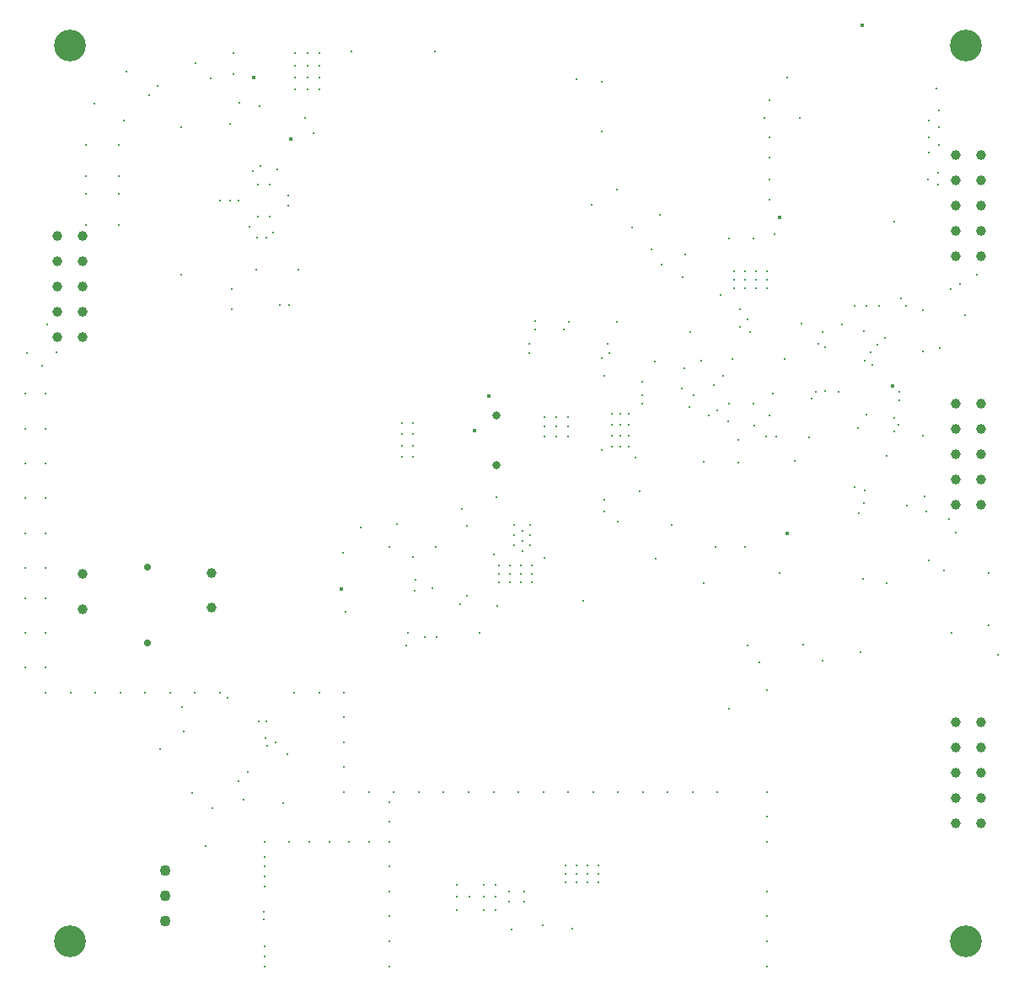
<source format=gbr>
%TF.GenerationSoftware,KiCad,Pcbnew,7.0.10*%
%TF.CreationDate,2024-01-28T11:03:55+01:00*%
%TF.ProjectId,EuroMeasure-IonGaugeController,4575726f-4d65-4617-9375-72652d496f6e,1.1.0*%
%TF.SameCoordinates,Original*%
%TF.FileFunction,Plated,1,2,PTH,Drill*%
%TF.FilePolarity,Positive*%
%FSLAX46Y46*%
G04 Gerber Fmt 4.6, Leading zero omitted, Abs format (unit mm)*
G04 Created by KiCad (PCBNEW 7.0.10) date 2024-01-28 11:03:55*
%MOMM*%
%LPD*%
G01*
G04 APERTURE LIST*
%TA.AperFunction,ViaDrill*%
%ADD10C,0.250000*%
%TD*%
%TA.AperFunction,ComponentDrill*%
%ADD11C,0.300000*%
%TD*%
%TA.AperFunction,ViaDrill*%
%ADD12C,0.400000*%
%TD*%
%TA.AperFunction,ComponentDrill*%
%ADD13C,0.700000*%
%TD*%
%TA.AperFunction,ComponentDrill*%
%ADD14C,0.800000*%
%TD*%
%TA.AperFunction,ComponentDrill*%
%ADD15C,1.000000*%
%TD*%
%TA.AperFunction,ComponentDrill*%
%ADD16C,1.100000*%
%TD*%
%TA.AperFunction,ComponentDrill*%
%ADD17C,3.200000*%
%TD*%
G04 APERTURE END LIST*
D10*
X100500000Y-90000000D03*
X100500000Y-93500000D03*
X100500000Y-97000000D03*
X100500000Y-100500000D03*
X100500000Y-104000000D03*
X100500000Y-107500000D03*
X100500000Y-110500000D03*
X100500000Y-114000000D03*
X100500000Y-117500000D03*
X100600000Y-85900000D03*
X102200000Y-87200000D03*
X102500000Y-90000000D03*
X102500000Y-93500000D03*
X102500000Y-97000000D03*
X102500000Y-100500000D03*
X102500000Y-104000000D03*
X102500000Y-107500000D03*
X102500000Y-110500000D03*
X102500000Y-114000000D03*
X102500000Y-117500000D03*
X102500000Y-120000000D03*
X102700000Y-83000000D03*
X103600000Y-85800000D03*
X105000000Y-120000000D03*
X106600000Y-65000000D03*
X106600000Y-68100000D03*
X106600000Y-69900000D03*
X106600000Y-73000000D03*
X107400000Y-60800000D03*
X107500000Y-120000000D03*
X109900000Y-65000000D03*
X109900000Y-68100000D03*
X109900000Y-69900000D03*
X109900000Y-73000000D03*
X110000000Y-120000000D03*
X110400000Y-62500000D03*
X110600000Y-57600000D03*
X112500000Y-120000000D03*
X112900000Y-60000000D03*
X113800000Y-59100000D03*
X114000000Y-125700000D03*
X115000000Y-120000000D03*
X116100000Y-63200000D03*
X116100000Y-78000000D03*
X116200000Y-121500000D03*
X116375000Y-123925000D03*
X117200000Y-130100000D03*
X117500000Y-120000000D03*
X117600000Y-56800000D03*
X118600000Y-135400000D03*
X119100000Y-58300000D03*
X119300000Y-131600000D03*
X120000000Y-70600000D03*
X120000000Y-120000000D03*
X120800000Y-120500000D03*
X121000000Y-70600000D03*
X121047630Y-62910130D03*
X121200000Y-79500000D03*
X121200000Y-81500000D03*
X121400000Y-57900000D03*
X121400500Y-55800000D03*
X121861865Y-70599820D03*
X121900000Y-128900000D03*
X122000000Y-60750500D03*
X122400000Y-130800000D03*
X122800000Y-128000000D03*
X123000000Y-73200000D03*
X123324500Y-67600000D03*
X123649500Y-77500000D03*
X123768886Y-74268886D03*
X123800000Y-69000000D03*
X123800000Y-72200000D03*
X123900000Y-122900000D03*
X124000000Y-61088000D03*
X124050500Y-67128377D03*
X124400000Y-142000000D03*
X124400000Y-142800000D03*
X124500000Y-135000000D03*
X124500000Y-136500000D03*
X124500000Y-137500000D03*
X124500000Y-138500000D03*
X124500000Y-139500000D03*
X124500000Y-145500000D03*
X124500000Y-146500000D03*
X124500000Y-147500000D03*
X124600000Y-124600000D03*
X124650000Y-74306305D03*
X124700000Y-122900000D03*
X124800000Y-125400000D03*
X125000000Y-69000000D03*
X125000000Y-72200000D03*
X125350500Y-73800000D03*
X125600000Y-125000000D03*
X125749500Y-67425000D03*
X126000000Y-81100000D03*
X126400000Y-131100000D03*
X126800000Y-126200000D03*
X126900000Y-70100000D03*
X126900000Y-71100000D03*
X127000000Y-81100000D03*
X127000000Y-135000000D03*
X127500000Y-120000000D03*
X127600000Y-55800000D03*
X127600000Y-57000000D03*
X127600000Y-58200000D03*
X127600000Y-59400000D03*
X127900000Y-77500000D03*
X128600000Y-62300000D03*
X128800000Y-55800000D03*
X128800000Y-57000000D03*
X128800000Y-58200000D03*
X128800000Y-59400000D03*
X129000000Y-135000000D03*
X129400000Y-63800000D03*
X130000000Y-55800000D03*
X130000000Y-57000000D03*
X130000000Y-58200000D03*
X130000000Y-59400000D03*
X130000000Y-120000000D03*
X131000000Y-135000000D03*
X132400000Y-106000000D03*
X132500000Y-120000000D03*
X132500000Y-122500000D03*
X132500000Y-125000000D03*
X132500000Y-127500000D03*
X132500000Y-130000000D03*
X132600000Y-111900000D03*
X133000000Y-135000000D03*
X133200000Y-55600000D03*
X134200000Y-103400000D03*
X135000000Y-130000000D03*
X135000000Y-135000000D03*
X137000000Y-105400000D03*
X137000000Y-131000000D03*
X137000000Y-133000000D03*
X137000000Y-135000000D03*
X137000000Y-137500000D03*
X137000000Y-140000000D03*
X137000000Y-142500000D03*
X137000000Y-145000000D03*
X137000000Y-147500000D03*
X137500000Y-130000000D03*
X137800000Y-103100000D03*
X138300000Y-92900000D03*
X138300000Y-94000000D03*
X138300000Y-95200000D03*
X138300000Y-96300000D03*
X138700000Y-115300000D03*
X138863000Y-114000000D03*
X139400000Y-92900000D03*
X139400000Y-94000000D03*
X139400000Y-95200000D03*
X139400000Y-96300000D03*
X139400000Y-106400000D03*
X139600000Y-109800000D03*
X139700000Y-108700000D03*
X140000000Y-130000000D03*
X140600000Y-114400000D03*
X141400000Y-109500000D03*
X141600000Y-55600000D03*
X141700000Y-105400000D03*
X141800000Y-114400000D03*
X142500000Y-130000000D03*
X143800000Y-139300000D03*
X143800000Y-140500000D03*
X143800000Y-141900000D03*
X144150000Y-111103313D03*
X144300000Y-101600000D03*
X144800000Y-103300000D03*
X144800000Y-110300000D03*
X145000000Y-130000000D03*
X145100000Y-140500000D03*
X146100000Y-114000000D03*
X146500000Y-139300000D03*
X146500000Y-140500000D03*
X146500000Y-141900000D03*
X147500000Y-106100000D03*
X147500000Y-130000000D03*
X147700000Y-139300000D03*
X147700000Y-140500000D03*
X147700000Y-141900000D03*
X147800000Y-100400000D03*
X147850000Y-111300000D03*
X148050000Y-107200000D03*
X148050000Y-108050000D03*
X148050000Y-108900000D03*
X149100000Y-140000000D03*
X149100000Y-141000000D03*
X149150000Y-107200000D03*
X149150000Y-108050000D03*
X149150000Y-108900000D03*
X149350000Y-143800000D03*
X149600000Y-103200000D03*
X149600000Y-104200000D03*
X149600000Y-105200000D03*
X150000000Y-130000000D03*
X150250000Y-107200000D03*
X150250000Y-108050000D03*
X150250000Y-108900000D03*
X150400000Y-103800000D03*
X150400000Y-104800000D03*
X150400000Y-105800000D03*
X150600000Y-140000000D03*
X150600000Y-141000000D03*
X151100000Y-85000000D03*
X151100000Y-85900000D03*
X151200000Y-103200000D03*
X151200000Y-104200000D03*
X151200000Y-105200000D03*
X151350000Y-107200000D03*
X151350000Y-108050000D03*
X151350000Y-108900000D03*
X151684877Y-83499859D03*
X151700000Y-82700500D03*
X152425000Y-143425000D03*
X152500000Y-130000000D03*
X152600000Y-92300000D03*
X152600000Y-93300000D03*
X152600000Y-94300000D03*
X152600000Y-106500000D03*
X153800000Y-92300000D03*
X153800000Y-93300000D03*
X153800000Y-94300000D03*
X154588171Y-83499500D03*
X154700000Y-137350000D03*
X154700000Y-138200000D03*
X154700000Y-139050000D03*
X155000000Y-92300000D03*
X155000000Y-93300000D03*
X155000000Y-94300000D03*
X155000000Y-130000000D03*
X155100000Y-82800000D03*
X155450000Y-143700000D03*
X155800000Y-58400000D03*
X155800000Y-137350000D03*
X155800000Y-138200000D03*
X155800000Y-139050000D03*
X156500000Y-110800000D03*
X156900000Y-137350000D03*
X156900000Y-138200000D03*
X156900000Y-139050000D03*
X157400000Y-71000000D03*
X157500000Y-130000000D03*
X158000000Y-137350000D03*
X158000000Y-138200000D03*
X158000000Y-139050000D03*
X158400000Y-58600000D03*
X158400000Y-63600000D03*
X158400000Y-86400000D03*
X158400000Y-95600000D03*
X158600000Y-88200000D03*
X158600000Y-100600000D03*
X158600000Y-101800000D03*
X158963920Y-85001691D03*
X159150000Y-85875000D03*
X159400000Y-92000000D03*
X159400000Y-93100000D03*
X159400000Y-94200000D03*
X159400000Y-95300000D03*
X159900000Y-69500000D03*
X159900000Y-82800000D03*
X160000000Y-102800000D03*
X160000000Y-130000000D03*
X160250000Y-92000000D03*
X160250000Y-93100000D03*
X160250000Y-94200000D03*
X160250000Y-95300000D03*
X161100000Y-92000000D03*
X161100000Y-93100000D03*
X161100000Y-94200000D03*
X161100000Y-95300000D03*
X161400000Y-73300000D03*
X161800000Y-96400000D03*
X162200000Y-99800000D03*
X162400500Y-88800000D03*
X162400500Y-90100000D03*
X162400500Y-91000000D03*
X162500000Y-130000000D03*
X163400000Y-75500000D03*
X163700500Y-86775000D03*
X163800000Y-106600000D03*
X164200000Y-72000000D03*
X164400000Y-77000000D03*
X165000000Y-130000000D03*
X165400000Y-103200000D03*
X166500000Y-78300000D03*
X166800000Y-76000000D03*
X167250000Y-83750000D03*
X167500000Y-130000000D03*
X167600000Y-90100000D03*
X168350000Y-86650000D03*
X168600000Y-96800000D03*
X168600000Y-109000000D03*
X169600000Y-89150000D03*
X169800000Y-105400000D03*
X170000000Y-91650000D03*
X170000000Y-130000000D03*
X170325000Y-80049500D03*
X170600000Y-88200000D03*
X171200000Y-74400000D03*
X171200000Y-91000000D03*
X171200000Y-121600000D03*
X171501556Y-86502328D03*
X171650000Y-77650000D03*
X171650000Y-78500000D03*
X171650000Y-79350000D03*
X172250000Y-81500000D03*
X172250000Y-83250000D03*
X172750000Y-77650000D03*
X172750000Y-78500000D03*
X172750000Y-79350000D03*
X172800000Y-105400000D03*
X173000000Y-82500000D03*
X173000000Y-115250000D03*
X173250000Y-83750000D03*
X173600000Y-74400000D03*
X173850000Y-77650000D03*
X173850000Y-78500000D03*
X173850000Y-79350000D03*
X174200000Y-117000000D03*
X174877500Y-94305000D03*
X174950000Y-77650000D03*
X174950000Y-78500000D03*
X174950000Y-79350000D03*
X175000000Y-119800000D03*
X175000000Y-130000000D03*
X175000000Y-132500000D03*
X175000000Y-135000000D03*
X175000000Y-140000000D03*
X175000000Y-142500000D03*
X175000000Y-145000000D03*
X175000000Y-147500000D03*
X175200000Y-92205000D03*
X175250000Y-60500000D03*
X175250000Y-64250000D03*
X175250000Y-66250000D03*
X175250000Y-68500000D03*
X175250000Y-70500000D03*
X175750000Y-74000000D03*
X175868234Y-94295734D03*
X176200000Y-108000000D03*
X176750000Y-86500000D03*
X177000000Y-58250000D03*
X177750000Y-96750000D03*
X178600000Y-115200000D03*
X179200000Y-94400000D03*
X179486013Y-90436865D03*
X179918234Y-89764266D03*
X180100000Y-84950000D03*
X180600000Y-116800000D03*
X180777500Y-89705000D03*
X180800000Y-85350000D03*
X182200000Y-89800000D03*
X183800000Y-81200000D03*
X183800000Y-99400000D03*
X184140000Y-93460000D03*
X184200000Y-102000000D03*
X184400000Y-116000000D03*
X184600000Y-108600000D03*
X184750000Y-101000000D03*
X184777500Y-86705000D03*
X184777500Y-99705000D03*
X185000000Y-81200000D03*
X185000000Y-92105000D03*
X185389831Y-85801683D03*
X185577500Y-87105000D03*
X186030612Y-85073805D03*
X186200000Y-81200000D03*
X186800000Y-84400000D03*
X187000000Y-96250000D03*
X187000000Y-109000000D03*
X187725515Y-92429151D03*
X187729305Y-93750693D03*
X187750000Y-72700000D03*
X188177500Y-93088631D03*
X188239472Y-90658004D03*
X188282153Y-89824500D03*
X188400000Y-80400000D03*
X188950000Y-81150000D03*
X189000000Y-101250000D03*
X190600000Y-81600000D03*
X190600000Y-94200000D03*
X190675500Y-85700000D03*
X190777500Y-100305000D03*
X191150000Y-68450000D03*
X191240000Y-106770000D03*
X191250000Y-62500000D03*
X191250000Y-64250000D03*
X191250000Y-65750000D03*
X191977500Y-59305000D03*
X192150000Y-67800000D03*
X192150000Y-69000000D03*
X192250000Y-61500000D03*
X192250000Y-63250000D03*
X192250000Y-65000000D03*
X192300000Y-85400000D03*
X192750000Y-107750000D03*
X193300000Y-102550000D03*
X193449500Y-79500000D03*
X193500000Y-114000000D03*
X193977500Y-103905000D03*
X194400000Y-79000000D03*
X194850000Y-82100000D03*
X196050000Y-78050000D03*
X197250000Y-108000000D03*
X197250000Y-113250000D03*
X198200000Y-116200000D03*
D11*
%TO.C,TP2*%
X166400000Y-89450000D03*
%TO.C,TP1*%
X166650000Y-87400000D03*
%TO.C,TP4*%
X167150000Y-91350000D03*
%TO.C,TP3*%
X169100000Y-92200000D03*
%TO.C,TP6*%
X171050000Y-92800000D03*
%TO.C,TP15*%
X172100000Y-94600000D03*
%TO.C,TP16*%
X172100000Y-96900000D03*
%TO.C,TP13*%
X173600000Y-91000000D03*
%TO.C,TP14*%
X173700000Y-93150000D03*
%TO.C,TP8*%
X174750000Y-62250000D03*
%TO.C,TP12*%
X175550000Y-90000000D03*
%TO.C,TP17*%
X178300000Y-62300000D03*
%TO.C,TP5*%
X178450000Y-82900000D03*
%TO.C,TP11*%
X180600000Y-83800000D03*
%TO.C,TP10*%
X182500000Y-83050000D03*
%TO.C,TP9*%
X184700000Y-83700000D03*
%TO.C,TP7*%
X190950000Y-101850000D03*
%TD*%
D12*
X123400000Y-58200000D03*
X127100000Y-64400000D03*
X132250000Y-109650000D03*
X145600000Y-93680000D03*
X147050688Y-90229312D03*
X176250000Y-72250000D03*
X177000000Y-104000000D03*
X184500000Y-53000000D03*
X187600000Y-89200000D03*
D13*
%TO.C,R13*%
X112700000Y-107380000D03*
X112700000Y-115000000D03*
D14*
%TO.C,C11*%
X147800000Y-92180000D03*
X147800000Y-97180000D03*
D15*
%TO.C,J1*%
X103657500Y-74170000D03*
X103657500Y-76710000D03*
X103657500Y-79250000D03*
X103657500Y-81790000D03*
X103657500Y-84330000D03*
X106197500Y-74170000D03*
X106197500Y-76710000D03*
X106197500Y-79250000D03*
X106197500Y-81790000D03*
X106197500Y-84330000D03*
%TO.C,C16*%
X106200000Y-108117677D03*
X106200000Y-111617677D03*
%TO.C,C15*%
X119200000Y-108000000D03*
X119200000Y-111500000D03*
%TO.C,B1*%
X193960000Y-66000000D03*
X193960000Y-68540000D03*
X193960000Y-71080000D03*
X193960000Y-73620000D03*
X193960000Y-76160000D03*
X193960000Y-91000000D03*
X193960000Y-93540000D03*
X193960000Y-96080000D03*
X193960000Y-98620000D03*
X193960000Y-101160000D03*
X193960000Y-123000000D03*
X193960000Y-125540000D03*
X193960000Y-128080000D03*
X193960000Y-130620000D03*
X193960000Y-133160000D03*
X196500000Y-66000000D03*
X196500000Y-68540000D03*
X196500000Y-71080000D03*
X196500000Y-73620000D03*
X196500000Y-76160000D03*
X196500000Y-91000000D03*
X196500000Y-93540000D03*
X196500000Y-96080000D03*
X196500000Y-98620000D03*
X196500000Y-101160000D03*
X196500000Y-123000000D03*
X196500000Y-125540000D03*
X196500000Y-128080000D03*
X196500000Y-130620000D03*
X196500000Y-133160000D03*
D16*
%TO.C,U6*%
X114550000Y-137900000D03*
X114550000Y-140440000D03*
X114550000Y-142980000D03*
D17*
%TO.C,B1*%
X104960000Y-55000000D03*
X104960000Y-145000000D03*
X194960000Y-55000000D03*
X194960000Y-145000000D03*
M02*

</source>
